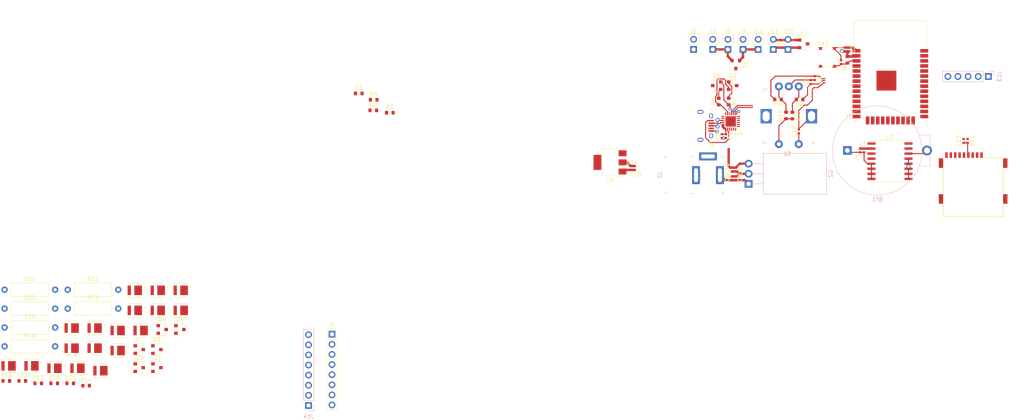
<source format=kicad_pcb>
(kicad_pcb (version 20171130) (host pcbnew "(5.1.8)-1")
  (layers (0 F.Cu signal) (1 In1.Cu power) (2 In2.Cu power) (31 B.Cu signal) (34 B.Paste user) (35 F.Paste user) (36 B.SilkS user) (37 F.SilkS user) (38 B.Mask user) (39 F.Mask user) (44 Edge.Cuts user))
  (net 0 "")
  (net 1 Earth)
  (net 2 +3V3)
  (net 3 /RESET)
  (net 4 LINE)
  (net 5 +12V)
  (net 6 /EncoderB)
  (net 7 /EncoderA)
  (net 8 /Button)
  (net 9 SDA)
  (net 10 SCL)
  (net 11 "Net-(J1-Pad3)")
  (net 12 "Net-(J1-Pad2)")
  (net 13 "Net-(J1-Pad1)")
  (net 14 TXD)
  (net 15 RXD)
  (net 16 /IO0)
  (net 17 /OnOff)
  (net 18 "Net-(Q1-Pad1)")
  (net 19 "Net-(Q1-Pad2)")
  (net 20 "Net-(Q2-Pad2)")
  (net 21 "Net-(Q2-Pad1)")
  (net 22 "Net-(D3-Pad1)")
  (net 23 "Net-(Q3-Pad1)")
  (net 24 "Net-(Q4-Pad1)")
  (net 25 "Net-(D6-Pad1)")
  (net 26 "Net-(D10-Pad1)")
  (net 27 "Net-(Q5-Pad1)")
  (net 28 "Net-(Q6-Pad1)")
  (net 29 "Net-(D12-Pad1)")
  (net 30 "Net-(Q7-Pad1)")
  (net 31 "Net-(D15-Pad1)")
  (net 32 "Net-(D18-Pad1)")
  (net 33 "Net-(Q8-Pad1)")
  (net 34 /RTC-32kHz)
  (net 35 /RTC-INTSQW)
  (net 36 "Net-(R10-Pad2)")
  (net 37 "Net-(R11-Pad2)")
  (net 38 "Net-(D3-Pad2)")
  (net 39 "Net-(D6-Pad2)")
  (net 40 "Net-(D10-Pad2)")
  (net 41 "Net-(D12-Pad2)")
  (net 42 "Net-(D15-Pad2)")
  (net 43 "Net-(D18-Pad2)")
  (net 44 /RTC-RST)
  (net 45 SCK)
  (net 46 MOSI)
  (net 47 MISO)
  (net 48 "Net-(BT1-Pad1)")
  (net 49 /!SD_SS)
  (net 50 /PWM6)
  (net 51 /PWM5)
  (net 52 /PWM4)
  (net 53 /PWM3)
  (net 54 /PWM2)
  (net 55 /PWM1)
  (net 56 /SD_Det)
  (module digikey-footprints:GCT_MEM2075-00-140-01-A (layer F.Cu) (at 215.3 77.4)
    (fp_text reference J3 (at -5.125 -13.135) (layer F.SilkS) (effects (font (thickness 0.015))))
    (fp_text value Micro_SD_Card_Det)
    (pad 11 smd rect (at 8.55 -0.42) (size 1.1 2.4) (layers F.Cu F.Paste F.Mask))
    (pad 11 smd rect (at 8.55 -9.42) (size 1.1 2.4) (layers F.Cu F.Paste F.Mask))
    (pad 11 smd rect (at -7.6 -9.42) (size 1.1 2.4) (layers F.Cu F.Paste F.Mask))
    (pad 11 smd rect (at -7.6 -0.42) (size 1.1 2.4) (layers F.Cu F.Paste F.Mask))
    (pad None np_thru_hole circle (at 3.4 0) (size 0.95 0.95) (drill 0.95) (layers *.Cu *.Mask))
    (pad None np_thru_hole circle (at -3.4 0) (size 0.95 0.95) (drill 0.95) (layers *.Cu *.Mask))
    (pad 9 smd rect (at -6.22 -11.42) (size 0.62 1.4) (layers F.Cu F.Paste F.Mask) (net 56 /SD_Det))
    (pad 8 smd rect (at -5.12 -11.42) (size 0.62 1.4) (layers F.Cu F.Paste F.Mask))
    (pad 7 smd rect (at -4.02 -11.42) (size 0.62 1.4) (layers F.Cu F.Paste F.Mask) (net 47 MISO))
    (pad 6 smd rect (at -2.92 -11.42) (size 0.62 1.4) (layers F.Cu F.Paste F.Mask) (net 1 Earth))
    (pad 5 smd rect (at -1.82 -11.42) (size 0.62 1.4) (layers F.Cu F.Paste F.Mask) (net 45 SCK))
    (pad 4 smd rect (at -0.72 -11.42) (size 0.62 1.4) (layers F.Cu F.Paste F.Mask) (net 2 +3V3))
    (pad 3 smd rect (at 0.38 -11.42) (size 0.62 1.4) (layers F.Cu F.Paste F.Mask) (net 46 MOSI))
    (pad 2 smd rect (at 1.48 -11.42) (size 0.62 1.4) (layers F.Cu F.Paste F.Mask) (net 49 /!SD_SS))
    (pad 1 smd rect (at 2.58 -11.42) (size 0.62 1.4) (layers F.Cu F.Paste F.Mask))
  )
  (module Resistor_SMD:R_0603_1608Metric (layer F.Cu) (at 154.4 52.5 90)
    (fp_text reference R7 (at 0 1.5 90) (layer F.SilkS))
    (fp_text value 10k)
    (pad 1 smd roundrect (at -0.825 0 90) (size 0.8 0.95) (layers F.Cu F.Paste F.Mask) (net 19 "Net-(Q1-Pad2)"))
    (pad 2 smd roundrect (at 0.825 0 90) (size 0.8 0.95) (layers F.Cu F.Paste F.Mask) (net 21 "Net-(Q2-Pad1)"))
  )
  (module digikey-footprints:Battery_Holder_Coin_2032_BS-7 (layer B.Cu) (at 184.2 64.8)
    (fp_text reference BT1 (at 7.52856 12.3063 180) (layer B.SilkS) (effects (justify mirror)))
    (fp_text value Battery_Cell)
    (pad 1 thru_hole circle (at 20 0) (size 2.5 2.5) (drill 1.5) (layers *.Cu *.Mask) (net 48 "Net-(BT1-Pad1)"))
    (pad 2 thru_hole rect (at 0 0) (size 2.17 2.17) (drill 1.17) (layers *.Cu *.Mask) (net 1 Earth))
  )
  (module Capacitor_SMD:C_0402_1005Metric (layer F.Cu) (at 183.6 39.414999 90)
    (fp_text reference C1 (at 0 -1.16 90) (layer F.SilkS))
    (fp_text value 1n)
    (pad 2 smd roundrect (at 0.48 0 90) (size 0.56 0.62) (layers F.Cu F.Paste F.Mask) (net 1 Earth))
    (pad 1 smd roundrect (at -0.48 0 90) (size 0.56 0.62) (layers F.Cu F.Paste F.Mask) (net 2 +3V3))
  )
  (module Capacitor_SMD:C_0402_1005Metric (layer F.Cu) (at 184.575001 39.414999 90)
    (fp_text reference C2 (at 0 1.024999 90) (layer F.SilkS))
    (fp_text value 100n)
    (pad 2 smd roundrect (at 0.48 0 90) (size 0.56 0.62) (layers F.Cu F.Paste F.Mask) (net 1 Earth))
    (pad 1 smd roundrect (at -0.48 0 90) (size 0.56 0.62) (layers F.Cu F.Paste F.Mask) (net 2 +3V3))
  )
  (module Capacitor_SMD:C_0402_1005Metric (layer F.Cu) (at 182.6 42.6 90)
    (fp_text reference C3 (at -1.6 0 180) (layer F.SilkS))
    (fp_text value 100n)
    (pad 2 smd roundrect (at 0.48 0 90) (size 0.56 0.62) (layers F.Cu F.Paste F.Mask) (net 1 Earth))
    (pad 1 smd roundrect (at -0.48 0 90) (size 0.56 0.62) (layers F.Cu F.Paste F.Mask) (net 3 /RESET))
  )
  (module Capacitor_SMD:C_0402_1005Metric (layer F.Cu) (at 153.7 61.2 270)
    (fp_text reference C4 (at 0 -1.16 90) (layer F.SilkS))
    (fp_text value 1n)
    (pad 2 smd roundrect (at 0.48 0 270) (size 0.56 0.62) (layers F.Cu F.Paste F.Mask) (net 1 Earth))
    (pad 1 smd roundrect (at -0.48 0 270) (size 0.56 0.62) (layers F.Cu F.Paste F.Mask) (net 2 +3V3))
  )
  (module Capacitor_SMD:C_0402_1005Metric (layer F.Cu) (at 188.4 64.8 270)
    (fp_text reference C5 (at -1.6 0.2 180) (layer F.SilkS))
    (fp_text value 1n)
    (pad 2 smd roundrect (at 0.48 0 270) (size 0.56 0.62) (layers F.Cu F.Paste F.Mask) (net 1 Earth))
    (pad 1 smd roundrect (at -0.48 0 270) (size 0.56 0.62) (layers F.Cu F.Paste F.Mask) (net 2 +3V3))
  )
  (module Capacitor_SMD:C_0402_1005Metric (layer F.Cu) (at 152.7 61.2 270)
    (fp_text reference C6 (at 0 1 90) (layer F.SilkS))
    (fp_text value 100n)
    (pad 1 smd roundrect (at -0.48 0 270) (size 0.56 0.62) (layers F.Cu F.Paste F.Mask) (net 2 +3V3))
    (pad 2 smd roundrect (at 0.48 0 270) (size 0.56 0.62) (layers F.Cu F.Paste F.Mask) (net 1 Earth))
  )
  (module Capacitor_SMD:C_0402_1005Metric (layer F.Cu) (at 187.4 64.8 270)
    (fp_text reference C7 (at 1.8 0.2 180) (layer F.SilkS))
    (fp_text value 100n)
    (pad 1 smd roundrect (at -0.48 0 270) (size 0.56 0.62) (layers F.Cu F.Paste F.Mask) (net 2 +3V3))
    (pad 2 smd roundrect (at 0.48 0 270) (size 0.56 0.62) (layers F.Cu F.Paste F.Mask) (net 1 Earth))
  )
  (module Capacitor_SMD:C_0402_1005Metric (layer F.Cu) (at 155.2 71.8 90)
    (fp_text reference C8 (at 0 -1.16 90) (layer F.SilkS))
    (fp_text value 4u7)
    (pad 2 smd roundrect (at 0.48 0 90) (size 0.56 0.62) (layers F.Cu F.Paste F.Mask) (net 1 Earth))
    (pad 1 smd roundrect (at -0.48 0 90) (size 0.56 0.62) (layers F.Cu F.Paste F.Mask) (net 4 LINE))
  )
  (module Capacitor_SMD:C_0402_1005Metric (layer F.Cu) (at 156.2 71.8 90)
    (fp_text reference C9 (at 0 1 90) (layer F.SilkS))
    (fp_text value 100n)
    (pad 2 smd roundrect (at 0.48 0 90) (size 0.56 0.62) (layers F.Cu F.Paste F.Mask) (net 1 Earth))
    (pad 1 smd roundrect (at -0.48 0 90) (size 0.56 0.62) (layers F.Cu F.Paste F.Mask) (net 4 LINE))
  )
  (module Capacitor_SMD:C_0402_1005Metric (layer F.Cu) (at 155.2 69.6 270)
    (fp_text reference C10 (at -0.2 1.2 90) (layer F.SilkS))
    (fp_text value 4u7)
    (pad 2 smd roundrect (at 0.48 0 270) (size 0.56 0.62) (layers F.Cu F.Paste F.Mask) (net 1 Earth))
    (pad 1 smd roundrect (at -0.48 0 270) (size 0.56 0.62) (layers F.Cu F.Paste F.Mask) (net 5 +12V))
  )
  (module Capacitor_SMD:C_0402_1005Metric (layer F.Cu) (at 156.2 69.6 270)
    (fp_text reference C11 (at 0 -1.16 90) (layer F.SilkS))
    (fp_text value 100n)
    (pad 1 smd roundrect (at -0.48 0 270) (size 0.56 0.62) (layers F.Cu F.Paste F.Mask) (net 5 +12V))
    (pad 2 smd roundrect (at 0.48 0 270) (size 0.56 0.62) (layers F.Cu F.Paste F.Mask) (net 1 Earth))
  )
  (module Capacitor_SMD:C_0402_1005Metric (layer F.Cu) (at 214.4 62.4 90)
    (fp_text reference C12 (at 0 1.2 90) (layer F.SilkS))
    (fp_text value 1n)
    (pad 2 smd roundrect (at 0.48 0 90) (size 0.56 0.62) (layers F.Cu F.Paste F.Mask) (net 1 Earth))
    (pad 1 smd roundrect (at -0.48 0 90) (size 0.56 0.62) (layers F.Cu F.Paste F.Mask) (net 2 +3V3))
  )
  (module Capacitor_SMD:C_0402_1005Metric (layer F.Cu) (at 213.385001 62.4 90)
    (fp_text reference C13 (at 0 -1.16 90) (layer F.SilkS))
    (fp_text value 100n)
    (pad 1 smd roundrect (at -0.48 0 90) (size 0.56 0.62) (layers F.Cu F.Paste F.Mask) (net 2 +3V3))
    (pad 2 smd roundrect (at 0.48 0 90) (size 0.56 0.62) (layers F.Cu F.Paste F.Mask) (net 1 Earth))
  )
  (module Capacitor_SMD:C_0402_1005Metric (layer F.Cu) (at 129.8 69.2 270)
    (fp_text reference C14 (at -1.4 -0.4 180) (layer F.SilkS))
    (fp_text value 4u7)
    (pad 1 smd roundrect (at -0.48 0 270) (size 0.56 0.62) (layers F.Cu F.Paste F.Mask) (net 2 +3V3))
    (pad 2 smd roundrect (at 0.48 0 270) (size 0.56 0.62) (layers F.Cu F.Paste F.Mask) (net 1 Earth))
  )
  (module Capacitor_SMD:C_0402_1005Metric (layer F.Cu) (at 130.8 69.2 270)
    (fp_text reference C15 (at 1.6 -0.2 180) (layer F.SilkS))
    (fp_text value 100n)
    (pad 2 smd roundrect (at 0.48 0 270) (size 0.56 0.62) (layers F.Cu F.Paste F.Mask) (net 1 Earth))
    (pad 1 smd roundrect (at -0.48 0 270) (size 0.56 0.62) (layers F.Cu F.Paste F.Mask) (net 2 +3V3))
  )
  (module Capacitor_SMD:C_0402_1005Metric (layer F.Cu) (at 175 47.6 90)
    (fp_text reference C16 (at 0 -1.16 90) (layer F.SilkS))
    (fp_text value 10n)
    (pad 1 smd roundrect (at -0.48 0 90) (size 0.56 0.62) (layers F.Cu F.Paste F.Mask) (net 6 /EncoderB))
    (pad 2 smd roundrect (at 0.48 0 90) (size 0.56 0.62) (layers F.Cu F.Paste F.Mask) (net 1 Earth))
  )
  (module Capacitor_SMD:C_0402_1005Metric (layer F.Cu) (at 176 46.6 270)
    (fp_text reference C17 (at 0 -1.16 90) (layer F.SilkS))
    (fp_text value 10n)
    (pad 2 smd roundrect (at 0.48 0 270) (size 0.56 0.62) (layers F.Cu F.Paste F.Mask) (net 1 Earth))
    (pad 1 smd roundrect (at -0.48 0 270) (size 0.56 0.62) (layers F.Cu F.Paste F.Mask) (net 7 /EncoderA))
  )
  (module Capacitor_SMD:C_0402_1005Metric (layer F.Cu) (at 172 60 90)
    (fp_text reference C18 (at 0 -1.16 90) (layer F.SilkS))
    (fp_text value 10n)
    (pad 1 smd roundrect (at -0.48 0 90) (size 0.56 0.62) (layers F.Cu F.Paste F.Mask) (net 8 /Button))
    (pad 2 smd roundrect (at 0.48 0 90) (size 0.56 0.62) (layers F.Cu F.Paste F.Mask) (net 1 Earth))
  )
  (module Package_TO_SOT_SMD:SOT-23 (layer F.Cu) (at 156.2 43.2 270)
    (fp_text reference D1 (at 0 -2.5 90) (layer F.SilkS))
    (fp_text value PSM712-LF-T7)
    (pad 3 smd rect (at 1 0 270) (size 0.9 0.8) (layers F.Cu F.Paste F.Mask) (net 1 Earth))
    (pad 2 smd rect (at -1 0.95 270) (size 0.9 0.8) (layers F.Cu F.Paste F.Mask) (net 2 +3V3))
    (pad 1 smd rect (at -1 -0.95 270) (size 0.9 0.8) (layers F.Cu F.Paste F.Mask) (net 5 +12V))
  )
  (module Package_TO_SOT_SMD:SOT-23 (layer F.Cu) (at 173.2 38)
    (fp_text reference D2 (at 0 -2.5) (layer F.SilkS))
    (fp_text value PSM712-LF-T7)
    (pad 1 smd rect (at -1 -0.95) (size 0.9 0.8) (layers F.Cu F.Paste F.Mask) (net 9 SDA))
    (pad 2 smd rect (at -1 0.95) (size 0.9 0.8) (layers F.Cu F.Paste F.Mask) (net 10 SCL))
    (pad 3 smd rect (at 1 0) (size 0.9 0.8) (layers F.Cu F.Paste F.Mask) (net 1 Earth))
  )
  (module digikey-footprints:LED_L135-A589003500000 (layer F.Cu) (at 11.045001 99.955001)
    (fp_text reference D3 (at 0.635 -3.175) (layer F.SilkS) (effects (font (thickness 0.015))))
    (fp_text value LED)
    (pad 1 smd rect (at 0.835 0) (size 1.93 2.4) (layers F.Cu F.Paste) (net 22 "Net-(D3-Pad1)"))
    (pad 2 smd rect (at -1.39 0) (size 0.82 2.4) (layers F.Cu F.Paste) (net 38 "Net-(D3-Pad2)"))
  )
  (module digikey-footprints:LED_L135-A589003500000 (layer F.Cu) (at 5.275001 105.005001)
    (fp_text reference D4 (at 0.635 -3.175) (layer F.SilkS) (effects (font (thickness 0.015))))
    (fp_text value LED)
    (pad 2 smd rect (at -1.39 0) (size 0.82 2.4) (layers F.Cu F.Paste) (net 38 "Net-(D3-Pad2)"))
    (pad 1 smd rect (at 0.835 0) (size 1.93 2.4) (layers F.Cu F.Paste) (net 22 "Net-(D3-Pad1)"))
  )
  (module digikey-footprints:LED_L135-A589003500000 (layer F.Cu) (at -14.884999 119.555001)
    (fp_text reference D5 (at 0.635 -3.175) (layer F.SilkS) (effects (font (thickness 0.015))))
    (fp_text value LED)
    (pad 1 smd rect (at 0.835 0) (size 1.93 2.4) (layers F.Cu F.Paste) (net 22 "Net-(D3-Pad1)"))
    (pad 2 smd rect (at -1.39 0) (size 0.82 2.4) (layers F.Cu F.Paste) (net 38 "Net-(D3-Pad2)"))
  )
  (module digikey-footprints:LED_L135-A589003500000 (layer F.Cu) (at -4.804999 114.505001)
    (fp_text reference D6 (at 0.635 -3.175) (layer F.SilkS) (effects (font (thickness 0.015))))
    (fp_text value LED)
    (pad 2 smd rect (at -1.39 0) (size 0.82 2.4) (layers F.Cu F.Paste) (net 39 "Net-(D6-Pad2)"))
    (pad 1 smd rect (at 0.835 0) (size 1.93 2.4) (layers F.Cu F.Paste) (net 25 "Net-(D6-Pad1)"))
  )
  (module digikey-footprints:LED_L135-A589003500000 (layer F.Cu) (at -10.574999 114.505001)
    (fp_text reference D7 (at 0.635 -3.175) (layer F.SilkS) (effects (font (thickness 0.015))))
    (fp_text value LED)
    (pad 1 smd rect (at 0.835 0) (size 1.93 2.4) (layers F.Cu F.Paste) (net 25 "Net-(D6-Pad1)"))
    (pad 2 smd rect (at -1.39 0) (size 0.82 2.4) (layers F.Cu F.Paste) (net 39 "Net-(D6-Pad2)"))
  )
  (module digikey-footprints:LED_L135-A589003500000 (layer F.Cu) (at -10.574999 109.455001)
    (fp_text reference D8 (at 0.635 -3.175) (layer F.SilkS) (effects (font (thickness 0.015))))
    (fp_text value LED)
    (pad 2 smd rect (at -1.39 0) (size 0.82 2.4) (layers F.Cu F.Paste) (net 39 "Net-(D6-Pad2)"))
    (pad 1 smd rect (at 0.835 0) (size 1.93 2.4) (layers F.Cu F.Paste) (net 25 "Net-(D6-Pad1)"))
  )
  (module digikey-footprints:LED_L135-A589003500000 (layer F.Cu) (at -26.424999 118.955001)
    (fp_text reference D9 (at 0.635 -3.175) (layer F.SilkS) (effects (font (thickness 0.015))))
    (fp_text value LED)
    (pad 1 smd rect (at 0.835 0) (size 1.93 2.4) (layers F.Cu F.Paste) (net 26 "Net-(D10-Pad1)"))
    (pad 2 smd rect (at -1.39 0) (size 0.82 2.4) (layers F.Cu F.Paste) (net 40 "Net-(D10-Pad2)"))
  )
  (module digikey-footprints:LED_L135-A589003500000 (layer F.Cu) (at 5.275001 99.955001)
    (fp_text reference D10 (at 0.635 -3.175) (layer F.SilkS) (effects (font (thickness 0.015))))
    (fp_text value LED)
    (pad 2 smd rect (at -1.39 0) (size 0.82 2.4) (layers F.Cu F.Paste) (net 40 "Net-(D10-Pad2)"))
    (pad 1 smd rect (at 0.835 0) (size 1.93 2.4) (layers F.Cu F.Paste) (net 26 "Net-(D10-Pad1)"))
  )
  (module digikey-footprints:LED_L135-A589003500000 (layer F.Cu) (at -4.804999 109.455001)
    (fp_text reference D11 (at 0.635 -3.175) (layer F.SilkS) (effects (font (thickness 0.015))))
    (fp_text value LED)
    (pad 1 smd rect (at 0.835 0) (size 1.93 2.4) (layers F.Cu F.Paste) (net 26 "Net-(D10-Pad1)"))
    (pad 2 smd rect (at -1.39 0) (size 0.82 2.4) (layers F.Cu F.Paste) (net 40 "Net-(D10-Pad2)"))
  )
  (module digikey-footprints:LED_L135-A589003500000 (layer F.Cu) (at -9.114999 119.555001)
    (fp_text reference D12 (at 0.635 -3.175) (layer F.SilkS) (effects (font (thickness 0.015))))
    (fp_text value LED)
    (pad 2 smd rect (at -1.39 0) (size 0.82 2.4) (layers F.Cu F.Paste) (net 41 "Net-(D12-Pad2)"))
    (pad 1 smd rect (at 0.835 0) (size 1.93 2.4) (layers F.Cu F.Paste) (net 29 "Net-(D12-Pad1)"))
  )
  (module digikey-footprints:LED_L135-A589003500000 (layer F.Cu) (at 11.045001 105.005001)
    (fp_text reference D13 (at 0.635 -3.175) (layer F.SilkS) (effects (font (thickness 0.015))))
    (fp_text value LED)
    (pad 1 smd rect (at 0.835 0) (size 1.93 2.4) (layers F.Cu F.Paste) (net 29 "Net-(D12-Pad1)"))
    (pad 2 smd rect (at -1.39 0) (size 0.82 2.4) (layers F.Cu F.Paste) (net 41 "Net-(D12-Pad2)"))
  )
  (module digikey-footprints:LED_L135-A589003500000 (layer F.Cu) (at 16.815001 99.955001)
    (fp_text reference D14 (at 0.635 -3.175) (layer F.SilkS) (effects (font (thickness 0.015))))
    (fp_text value LED)
    (pad 2 smd rect (at -1.39 0) (size 0.82 2.4) (layers F.Cu F.Paste) (net 41 "Net-(D12-Pad2)"))
    (pad 1 smd rect (at 0.835 0) (size 1.93 2.4) (layers F.Cu F.Paste) (net 29 "Net-(D12-Pad1)"))
  )
  (module digikey-footprints:LED_L135-A589003500000 (layer F.Cu) (at 0.965001 115.105001)
    (fp_text reference D15 (at 0.635 -3.175) (layer F.SilkS) (effects (font (thickness 0.015))))
    (fp_text value LED)
    (pad 2 smd rect (at -1.39 0) (size 0.82 2.4) (layers F.Cu F.Paste) (net 42 "Net-(D15-Pad2)"))
    (pad 1 smd rect (at 0.835 0) (size 1.93 2.4) (layers F.Cu F.Paste) (net 31 "Net-(D15-Pad1)"))
  )
  (module digikey-footprints:LED_L135-A589003500000 (layer F.Cu) (at 6.735001 110.055001)
    (fp_text reference D16 (at 0.635 -3.175) (layer F.SilkS) (effects (font (thickness 0.015))))
    (fp_text value LED)
    (pad 1 smd rect (at 0.835 0) (size 1.93 2.4) (layers F.Cu F.Paste) (net 31 "Net-(D15-Pad1)"))
    (pad 2 smd rect (at -1.39 0) (size 0.82 2.4) (layers F.Cu F.Paste) (net 42 "Net-(D15-Pad2)"))
  )
  (module digikey-footprints:LED_L135-A589003500000 (layer F.Cu) (at 16.815001 105.005001)
    (fp_text reference D17 (at 0.635 -3.175) (layer F.SilkS) (effects (font (thickness 0.015))))
    (fp_text value LED)
    (pad 2 smd rect (at -1.39 0) (size 0.82 2.4) (layers F.Cu F.Paste) (net 42 "Net-(D15-Pad2)"))
    (pad 1 smd rect (at 0.835 0) (size 1.93 2.4) (layers F.Cu F.Paste) (net 31 "Net-(D15-Pad1)"))
  )
  (module digikey-footprints:LED_L135-A589003500000 (layer F.Cu) (at -20.654999 118.955001)
    (fp_text reference D18 (at 0.635 -3.175) (layer F.SilkS) (effects (font (thickness 0.015))))
    (fp_text value LED)
    (pad 1 smd rect (at 0.835 0) (size 1.93 2.4) (layers F.Cu F.Paste) (net 32 "Net-(D18-Pad1)"))
    (pad 2 smd rect (at -1.39 0) (size 0.82 2.4) (layers F.Cu F.Paste) (net 43 "Net-(D18-Pad2)"))
  )
  (module digikey-footprints:LED_L135-A589003500000 (layer F.Cu) (at -3.344999 120.155001)
    (fp_text reference D19 (at 0.635 -3.175) (layer F.SilkS) (effects (font (thickness 0.015))))
    (fp_text value LED)
    (pad 2 smd rect (at -1.39 0) (size 0.82 2.4) (layers F.Cu F.Paste) (net 43 "Net-(D18-Pad2)"))
    (pad 1 smd rect (at 0.835 0) (size 1.93 2.4) (layers F.Cu F.Paste) (net 32 "Net-(D18-Pad1)"))
  )
  (module digikey-footprints:LED_L135-A589003500000 (layer F.Cu) (at 0.965001 110.055001)
    (fp_text reference D20 (at 0.635 -3.175) (layer F.SilkS) (effects (font (thickness 0.015))))
    (fp_text value LED)
    (pad 1 smd rect (at 0.835 0) (size 1.93 2.4) (layers F.Cu F.Paste) (net 32 "Net-(D18-Pad1)"))
    (pad 2 smd rect (at -1.39 0) (size 0.82 2.4) (layers F.Cu F.Paste) (net 43 "Net-(D18-Pad2)"))
  )
  (module digikey-footprints:USB_Micro_B_Female_10118194-0001LF (layer F.Cu) (at 150 58.6 270)
    (fp_text reference J1 (at 5 0 180) (layer F.SilkS))
    (fp_text value USB_B_Micro)
    (pad 3 smd rect (at 0 0 270) (size 0.4 1.35) (layers F.Cu F.Paste F.Mask) (net 11 "Net-(J1-Pad3)"))
    (pad 4 smd rect (at 0.65 0 270) (size 0.4 1.35) (layers F.Cu F.Paste F.Mask))
    (pad 5 smd rect (at 1.3 0 270) (size 0.4 1.35) (layers F.Cu F.Paste F.Mask) (net 1 Earth))
    (pad 2 smd rect (at -0.65 0 270) (size 0.4 1.35) (layers F.Cu F.Paste F.Mask) (net 12 "Net-(J1-Pad2)"))
    (pad 1 smd rect (at -1.3 0 270) (size 0.4 1.35) (layers F.Cu F.Paste F.Mask) (net 13 "Net-(J1-Pad1)"))
    (pad SH thru_hole oval (at 2.5 0 270) (size 1.25 0.95) (drill oval 0.85 0.55) (layers *.Cu *.Mask))
    (pad SH thru_hole oval (at -2.5 0 270) (size 1.25 0.95) (drill oval 0.85 0.55) (layers *.Cu *.Mask))
    (pad SH thru_hole oval (at -3.5 2.7 270) (size 1 1.55) (drill oval 0.5 1.15) (layers *.Cu *.Mask))
    (pad SH thru_hole oval (at 3.5 2.7 270) (size 1 1.55) (drill oval 0.5 1.15) (layers *.Cu *.Mask))
  )
  (module digikey-footprints:Barrel_Jack_5.5mmODx2.1mmID_PJ-202A (layer B.Cu) (at 149.2 71 270)
    (fp_text reference J2 (at 0 12.1 270) (layer B.SilkS) (effects (justify mirror)))
    (fp_text value PJ-202-AH)
    (pad 3 thru_hole rect (at -4.7 0 270) (size 2 4.5) (drill oval 1 3.5) (layers *.Cu *.Mask))
    (pad 1 thru_hole rect (at 0 -3 270) (size 4.5 2) (drill oval 3.5 1) (layers *.Cu *.Mask) (net 4 LINE))
    (pad 2 thru_hole rect (at 0 3 270) (size 4.5 2) (drill oval 3.5 1) (layers *.Cu *.Mask) (net 1 Earth))
  )
  (module Connector_PinHeader_2.54mm:PinHeader_1x08_P2.54mm_Vertical (layer F.Cu) (at 54.8 111)
    (fp_text reference J5 (at 0 -2.33) (layer F.SilkS))
    (fp_text value Conn_01x08_Male)
    (pad 8 thru_hole oval (at 0 17.78) (size 1.7 1.7) (drill 1) (layers *.Cu *.Mask) (net 1 Earth))
    (pad 7 thru_hole oval (at 0 15.24) (size 1.7 1.7) (drill 1) (layers *.Cu *.Mask) (net 55 /PWM1))
    (pad 6 thru_hole oval (at 0 12.7) (size 1.7 1.7) (drill 1) (layers *.Cu *.Mask) (net 54 /PWM2))
    (pad 5 thru_hole oval (at 0 10.16) (size 1.7 1.7) (drill 1) (layers *.Cu *.Mask) (net 53 /PWM3))
    (pad 4 thru_hole oval (at 0 7.62) (size 1.7 1.7) (drill 1) (layers *.Cu *.Mask) (net 52 /PWM4))
    (pad 3 thru_hole oval (at 0 5.08) (size 1.7 1.7) (drill 1) (layers *.Cu *.Mask) (net 51 /PWM5))
    (pad 2 thru_hole oval (at 0 2.54) (size 1.7 1.7) (drill 1) (layers *.Cu *.Mask) (net 50 /PWM6))
    (pad 1 thru_hole rect (at 0 0) (size 1.7 1.7) (drill 1) (layers *.Cu *.Mask) (net 5 +12V))
  )
  (module Connector_PinHeader_2.54mm:PinHeader_1x02_P2.54mm_Vertical (layer F.Cu) (at 145.6 39.4 180)
    (fp_text reference J6 (at 0 4.6) (layer F.SilkS))
    (fp_text value Conn_01x02)
    (pad 1 thru_hole rect (at 0 0 180) (size 1.7 1.7) (drill 1) (layers *.Cu *.Mask) (net 17 /OnOff))
    (pad 2 thru_hole oval (at 0 2.54 180) (size 1.7 1.7) (drill 1) (layers *.Cu *.Mask) (net 1 Earth))
  )
  (module Connector_PinHeader_2.54mm:PinHeader_1x02_P2.54mm_Vertical (layer F.Cu) (at 150.4 39.4 180)
    (fp_text reference J7 (at 0 4.6) (layer F.SilkS))
    (fp_text value Conn_01x02)
    (pad 1 thru_hole rect (at 0 0 180) (size 1.7 1.7) (drill 1) (layers *.Cu *.Mask) (net 2 +3V3))
    (pad 2 thru_hole oval (at 0 2.54 180) (size 1.7 1.7) (drill 1) (layers *.Cu *.Mask) (net 1 Earth))
  )
  (module Connector_PinHeader_2.54mm:PinHeader_1x02_P2.54mm_Vertical (layer F.Cu) (at 154.2 39.4 180)
    (fp_text reference J8 (at 0 4.6) (layer F.SilkS))
    (fp_text value Conn_01x02)
    (pad 2 thru_hole oval (at 0 2.54 180) (size 1.7 1.7) (drill 1) (layers *.Cu *.Mask) (net 1 Earth))
    (pad 1 thru_hole rect (at 0 0 180) (size 1.7 1.7) (drill 1) (layers *.Cu *.Mask) (net 2 +3V3))
  )
  (module Connector_PinHeader_2.54mm:PinHeader_1x02_P2.54mm_Vertical (layer F.Cu) (at 158 39.4 180)
    (fp_text reference J9 (at 0 4.6) (layer F.SilkS))
    (fp_text value Conn_01x02)
    (pad 1 thru_hole rect (at 0 0 180) (size 1.7 1.7) (drill 1) (layers *.Cu *.Mask) (net 5 +12V))
    (pad 2 thru_hole oval (at 0 2.54 180) (size 1.7 1.7) (drill 1) (layers *.Cu *.Mask) (net 1 Earth))
  )
  (module Connector_PinHeader_2.54mm:PinHeader_1x02_P2.54mm_Vertical (layer F.Cu) (at 161.8 39.4 180)
    (fp_text reference J10 (at 0 4.6) (layer F.SilkS))
    (fp_text value Conn_01x02)
    (pad 1 thru_hole rect (at 0 0 180) (size 1.7 1.7) (drill 1) (layers *.Cu *.Mask) (net 5 +12V))
    (pad 2 thru_hole oval (at 0 2.54 180) (size 1.7 1.7) (drill 1) (layers *.Cu *.Mask) (net 1 Earth))
  )
  (module Connector_PinHeader_2.54mm:PinHeader_1x02_P2.54mm_Vertical (layer F.Cu) (at 165.6 39.4 180)
    (fp_text reference J11 (at 0 4.6) (layer F.SilkS))
    (fp_text value Conn_01x02)
    (pad 2 thru_hole oval (at 0 2.54 180) (size 1.7 1.7) (drill 1) (layers *.Cu *.Mask) (net 9 SDA))
    (pad 1 thru_hole rect (at 0 0 180) (size 1.7 1.7) (drill 1) (layers *.Cu *.Mask) (net 10 SCL))
  )
  (module Connector_PinHeader_2.54mm:PinHeader_1x02_P2.54mm_Vertical (layer F.Cu) (at 169.3 39.4 180)
    (fp_text reference J12 (at 0 4.6) (layer F.SilkS))
    (fp_text value Conn_01x02)
    (pad 2 thru_hole oval (at 0 2.54 180) (size 1.7 1.7) (drill 1) (layers *.Cu *.Mask) (net 9 SDA))
    (pad 1 thru_hole rect (at 0 0 180) (size 1.7 1.7) (drill 1) (layers *.Cu *.Mask) (net 10 SCL))
  )
  (module Connector_PinSocket_2.54mm:PinSocket_1x05_P2.54mm_Vertical (layer B.Cu) (at 219.6 46.2 90)
    (fp_text reference J13 (at 0 2.77 90) (layer B.SilkS) (effects (justify mirror)))
    (fp_text value Screen)
    (pad 1 thru_hole rect (at 0 0 90) (size 1.7 1.7) (drill 1) (layers *.Cu *.Mask) (net 2 +3V3))
    (pad 2 thru_hole oval (at 0 -2.54 90) (size 1.7 1.7) (drill 1) (layers *.Cu *.Mask) (net 2 +3V3))
    (pad 3 thru_hole oval (at 0 -5.08 90) (size 1.7 1.7) (drill 1) (layers *.Cu *.Mask) (net 1 Earth))
    (pad 4 thru_hole oval (at 0 -7.62 90) (size 1.7 1.7) (drill 1) (layers *.Cu *.Mask) (net 9 SDA))
    (pad 5 thru_hole oval (at 0 -10.16 90) (size 1.7 1.7) (drill 1) (layers *.Cu *.Mask) (net 10 SCL))
  )
  (module Connector_PinSocket_2.54mm:PinSocket_1x08_P2.54mm_Vertical (layer B.Cu) (at 48.9 128.9)
    (fp_text reference J14 (at 0 2.77) (layer B.SilkS) (effects (justify mirror)))
    (fp_text value Conn_01x08_Male)
    (pad 1 thru_hole rect (at 0 0) (size 1.7 1.7) (drill 1) (layers *.Cu *.Mask) (net 1 Earth))
    (pad 2 thru_hole oval (at 0 -2.54) (size 1.7 1.7) (drill 1) (layers *.Cu *.Mask) (net 55 /PWM1))
    (pad 3 thru_hole oval (at 0 -5.08) (size 1.7 1.7) (drill 1) (layers *.Cu *.Mask) (net 54 /PWM2))
    (pad 4 thru_hole oval (at 0 -7.62) (size 1.7 1.7) (drill 1) (layers *.Cu *.Mask) (net 53 /PWM3))
    (pad 5 thru_hole oval (at 0 -10.16) (size 1.7 1.7) (drill 1) (layers *.Cu *.Mask) (net 52 /PWM4))
    (pad 6 thru_hole oval (at 0 -12.7) (size 1.7 1.7) (drill 1) (layers *.Cu *.Mask) (net 51 /PWM5))
    (pad 7 thru_hole oval (at 0 -15.24) (size 1.7 1.7) (drill 1) (layers *.Cu *.Mask) (net 50 /PWM6))
    (pad 8 thru_hole oval (at 0 -17.78) (size 1.7 1.7) (drill 1) (layers *.Cu *.Mask) (net 5 +12V))
  )
  (module Package_TO_SOT_SMD:SOT-23 (layer F.Cu) (at 151.4 48.5 180)
    (fp_text reference Q1 (at 0 2.5) (layer F.SilkS))
    (fp_text value MMBT3904)
    (pad 1 smd rect (at -1 -0.95 180) (size 0.9 0.8) (layers F.Cu F.Paste F.Mask) (net 18 "Net-(Q1-Pad1)"))
    (pad 2 smd rect (at -1 0.95 180) (size 0.9 0.8) (layers F.Cu F.Paste F.Mask) (net 19 "Net-(Q1-Pad2)"))
    (pad 3 smd rect (at 1 0 180) (size 0.9 0.8) (layers F.Cu F.Paste F.Mask) (net 3 /RESET))
  )
  (module Package_TO_SOT_SMD:SOT-23 (layer F.Cu) (at 155.4 48.5)
    (fp_text reference Q2 (at 0 -2.5) (layer F.SilkS))
    (fp_text value MMBT3904)
    (pad 3 smd rect (at 1 0) (size 0.9 0.8) (layers F.Cu F.Paste F.Mask) (net 16 /IO0))
    (pad 2 smd rect (at -1 0.95) (size 0.9 0.8) (layers F.Cu F.Paste F.Mask) (net 20 "Net-(Q2-Pad2)"))
    (pad 1 smd rect (at -1 -0.95) (size 0.9 0.8) (layers F.Cu F.Paste F.Mask) (net 21 "Net-(Q2-Pad1)"))
  )
  (module Package_TO_SOT_SMD:SOT-23 (layer F.Cu) (at 10.835001 119.405001)
    (fp_text reference Q3 (at 0 -2.5) (layer F.SilkS))
    (fp_text value Q_PNP_BCE)
    (pad 3 smd rect (at 1 0) (size 0.9 0.8) (layers F.Cu F.Paste F.Mask) (net 22 "Net-(D3-Pad1)"))
    (pad 2 smd rect (at -1 0.95) (size 0.9 0.8) (layers F.Cu F.Paste F.Mask) (net 1 Earth))
    (pad 1 smd rect (at -1 -0.95) (size 0.9 0.8) (layers F.Cu F.Paste F.Mask) (net 23 "Net-(Q3-Pad1)"))
  )
  (module Package_TO_SOT_SMD:SOT-23 (layer F.Cu) (at 16.605001 109.805001)
    (fp_text reference Q4 (at 0 -2.5) (layer F.SilkS))
    (fp_text value Q_PNP_BCE)
    (pad 3 smd rect (at 1 0) (size 0.9 0.8) (layers F.Cu F.Paste F.Mask) (net 25 "Net-(D6-Pad1)"))
    (pad 2 smd rect (at -1 0.95) (size 0.9 0.8) (layers F.Cu F.Paste F.Mask) (net 1 Earth))
    (pad 1 smd rect (at -1 -0.95) (size 0.9 0.8) (layers F.Cu F.Paste F.Mask) (net 24 "Net-(Q4-Pad1)"))
  )
  (module Package_TO_SOT_SMD:SOT-23 (layer F.Cu) (at 6.385001 119.405001)
    (fp_text reference Q5 (at 0 -2.5) (layer F.SilkS))
    (fp_text value Q_PNP_BCE)
    (pad 3 smd rect (at 1 0) (size 0.9 0.8) (layers F.Cu F.Paste F.Mask) (net 26 "Net-(D10-Pad1)"))
    (pad 2 smd rect (at -1 0.95) (size 0.9 0.8) (layers F.Cu F.Paste F.Mask) (net 1 Earth))
    (pad 1 smd rect (at -1 -0.95) (size 0.9 0.8) (layers F.Cu F.Paste F.Mask) (net 27 "Net-(Q5-Pad1)"))
  )
  (module Package_TO_SOT_SMD:SOT-23 (layer F.Cu) (at 10.835001 114.855001)
    (fp_text reference Q6 (at 0 -2.5) (layer F.SilkS))
    (fp_text value Q_PNP_BCE)
    (pad 1 smd rect (at -1 -0.95) (size 0.9 0.8) (layers F.Cu F.Paste F.Mask) (net 28 "Net-(Q6-Pad1)"))
    (pad 2 smd rect (at -1 0.95) (size 0.9 0.8) (layers F.Cu F.Paste F.Mask) (net 1 Earth))
    (pad 3 smd rect (at 1 0) (size 0.9 0.8) (layers F.Cu F.Paste F.Mask) (net 29 "Net-(D12-Pad1)"))
  )
  (module Package_TO_SOT_SMD:SOT-23 (layer F.Cu) (at 6.385001 114.855001)
    (fp_text reference Q7 (at 0 -2.5) (layer F.SilkS))
    (fp_text value Q_PNP_BCE)
    (pad 1 smd rect (at -1 -0.95) (size 0.9 0.8) (layers F.Cu F.Paste F.Mask) (net 30 "Net-(Q7-Pad1)"))
    (pad 2 smd rect (at -1 0.95) (size 0.9 0.8) (layers F.Cu F.Paste F.Mask) (net 1 Earth))
    (pad 3 smd rect (at 1 0) (size 0.9 0.8) (layers F.Cu F.Paste F.Mask) (net 31 "Net-(D15-Pad1)"))
  )
  (module Package_TO_SOT_SMD:SOT-23 (layer F.Cu) (at 12.155001 109.805001)
    (fp_text reference Q8 (at 0 -2.5) (layer F.SilkS))
    (fp_text value Q_PNP_BCE)
    (pad 1 smd rect (at -1 -0.95) (size 0.9 0.8) (layers F.Cu F.Paste F.Mask) (net 33 "Net-(Q8-Pad1)"))
    (pad 2 smd rect (at -1 0.95) (size 0.9 0.8) (layers F.Cu F.Paste F.Mask) (net 1 Earth))
    (pad 3 smd rect (at 1 0) (size 0.9 0.8) (layers F.Cu F.Paste F.Mask) (net 32 "Net-(D18-Pad1)"))
  )
  (module Resistor_SMD:R_0603_1608Metric (layer F.Cu) (at 184.2 42 90)
    (fp_text reference R1 (at -2.2 0 180) (layer F.SilkS))
    (fp_text value 10k)
    (pad 1 smd roundrect (at -0.825 0 90) (size 0.8 0.95) (layers F.Cu F.Paste F.Mask) (net 3 /RESET))
    (pad 2 smd roundrect (at 0.825 0 90) (size 0.8 0.95) (layers F.Cu F.Paste F.Mask) (net 2 +3V3))
  )
  (module Resistor_SMD:R_0603_1608Metric (layer F.Cu) (at 65.165001 54.715001)
    (fp_text reference R2 (at 0 -1.43) (layer F.SilkS))
    (fp_text value 10k)
    (pad 1 smd roundrect (at -0.825 0) (size 0.8 0.95) (layers F.Cu F.Paste F.Mask) (net 35 /RTC-INTSQW))
    (pad 2 smd roundrect (at 0.825 0) (size 0.8 0.95) (layers F.Cu F.Paste F.Mask) (net 2 +3V3))
  )
  (module Resistor_SMD:R_0603_1608Metric (layer F.Cu) (at 61.515001 50.455001)
    (fp_text reference R3 (at 0 -1.43) (layer F.SilkS))
    (fp_text value 10k)
    (pad 2 smd roundrect (at 0.825 0) (size 0.8 0.95) (layers F.Cu F.Paste F.Mask) (net 2 +3V3))
    (pad 1 smd roundrect (at -0.825 0) (size 0.8 0.95) (layers F.Cu F.Paste F.Mask) (net 34 /RTC-32kHz))
  )
  (module Resistor_SMD:R_0603_1608Metric (layer F.Cu) (at 65.265001 52.055001)
    (fp_text reference R4 (at 0 -1.43) (layer F.SilkS))
    (fp_text value 10k)
    (pad 2 smd roundrect (at 0.825 0) (size 0.8 0.95) (layers F.Cu F.Paste F.Mask) (net 2 +3V3))
    (pad 1 smd roundrect (at -0.825 0) (size 0.8 0.95) (layers F.Cu F.Paste F.Mask) (net 9 SDA))
  )
  (module Resistor_SMD:R_0603_1608Metric (layer F.Cu) (at 69.315001 55.315001)
    (fp_text reference R5 (at 0 -1.43) (layer F.SilkS))
    (fp_text value 10k)
    (pad 2 smd roundrect (at 0.825 0) (size 0.8 0.95) (layers F.Cu F.Paste F.Mask) (net 2 +3V3))
    (pad 1 smd roundrect (at -0.825 0) (size 0.8 0.95) (layers F.Cu F.Paste F.Mask) (net 10 SCL))
  )
  (module Resistor_SMD:R_0603_1608Metric (layer F.Cu) (at 151.9 52.5 90)
    (fp_text reference R6 (at 0 -1.43 90) (layer F.SilkS))
    (fp_text value 10k)
    (pad 2 smd roundrect (at 0.825 0 90) (size 0.8 0.95) (layers F.Cu F.Paste F.Mask) (net 18 "Net-(Q1-Pad1)"))
    (pad 1 smd roundrect (at -0.825 0 90) (size 0.8 0.95) (layers F.Cu F.Paste F.Mask) (net 20 "Net-(Q2-Pad2)"))
  )
  (module Resistor_SMD:R_0603_1608Metric (layer F.Cu) (at 166.8 52)
    (fp_text reference R8 (at 0 1) (layer F.SilkS))
    (fp_text value 10k)
    (pad 2 smd roundrect (at 0.825 0) (size 0.8 0.95) (layers F.Cu F.Paste F.Mask) (net 36 "Net-(R10-Pad2)"))
    (pad 1 smd roundrect (at -0.825 0) (size 0.8 0.95) (layers F.Cu F.Paste F.Mask) (net 7 /EncoderA))
  )
  (module Resistor_SMD:R_0603_1608Metric (layer F.Cu) (at 172.2 52 180)
    (fp_text reference R9 (at 0 -1.43) (layer F.SilkS))
    (fp_text value 10k)
    (pad 2 smd roundrect (at 0.825 0 180) (size 0.8 0.95) (layers F.Cu F.Paste F.Mask) (net 37 "Net-(R11-Pad2)"))
    (pad 1 smd roundrect (at -0.825 0 180) (size 0.8 0.95) (layers F.Cu F.Paste F.Mask) (net 6 /EncoderB))
  )
  (module Resistor_SMD:R_0603_1608Metric (layer F.Cu) (at 168.8 56 90)
    (fp_text reference R10 (at 0 -1.43 90) (layer F.SilkS))
    (fp_text value 10k)
    (pad 2 smd roundrect (at 0.825 0 90) (size 0.8 0.95) (layers F.Cu F.Paste F.Mask) (net 36 "Net-(R10-Pad2)"))
    (pad 1 smd roundrect (at -0.825 0 90) (size 0.8 0.95) (layers F.Cu F.Paste F.Mask) (net 2 +3V3))
  )
  (module Resistor_SMD:R_0603_1608Metric (layer F.Cu) (at 170.4 56.025 90)
    (fp_text reference R11 (at 0 1.4 90) (layer F.SilkS))
    (fp_text value 10k)
    (pad 2 smd roundrect (at 0.825 0 90) (size 0.8 0.95) (layers F.Cu F.Paste F.Mask) (net 37 "Net-(R11-Pad2)"))
    (pad 1 smd roundrect (at -0.825 0 90) (size 0.8 0.95) (layers F.Cu F.Paste F.Mask) (net 2 +3V3))
  )
  (module Resistor_SMD:R_0603_1608Metric (layer F.Cu) (at -22.984999 122.735001)
    (fp_text reference R12 (at 0 -1.43) (layer F.SilkS))
    (fp_text value 1k)
    (pad 1 smd roundrect (at -0.825 0) (size 0.8 0.95) (layers F.Cu F.Paste F.Mask) (net 55 /PWM1))
    (pad 2 smd roundrect (at 0.825 0) (size 0.8 0.95) (layers F.Cu F.Paste F.Mask) (net 23 "Net-(Q3-Pad1)"))
  )
  (module Resistor_SMD:R_0603_1608Metric (layer F.Cu) (at -26.994999 122.735001)
    (fp_text reference R13 (at 0 -1.43) (layer F.SilkS))
    (fp_text value 1k)
    (pad 2 smd roundrect (at 0.825 0) (size 0.8 0.95) (layers F.Cu F.Paste F.Mask) (net 24 "Net-(Q4-Pad1)"))
    (pad 1 smd roundrect (at -0.825 0) (size 0.8 0.95) (layers F.Cu F.Paste F.Mask) (net 54 /PWM2))
  )
  (module Resistor_SMD:R_0603_1608Metric (layer F.Cu) (at -6.944999 123.935001)
    (fp_text reference R14 (at 0 -1.43) (layer F.SilkS))
    (fp_text value 1k)
    (pad 1 smd roundrect (at -0.825 0) (size 0.8 0.95) (layers F.Cu F.Paste F.Mask) (net 53 /PWM3))
    (pad 2 smd roundrect (at 0.825 0) (size 0.8 0.95) (layers F.Cu F.Paste F.Mask) (net 27 "Net-(Q5-Pad1)"))
  )
  (module Resistor_SMD:R_0603_1608Metric (layer F.Cu) (at -10.954999 123.335001)
    (fp_text reference R15 (at 0 -1.43) (layer F.SilkS))
    (fp_text value 1k)
    (pad 2 smd roundrect (at 0.825 0) (size 0.8 0.95) (layers F.Cu F.Paste F.Mask) (net 28 "Net-(Q6-Pad1)"))
    (pad 1 smd roundrect (at -0.825 0) (size 0.8 0.95) (layers F.Cu F.Paste F.Mask) (net 52 /PWM4))
  )
  (module Resistor_SMD:R_0603_1608Metric (layer F.Cu) (at -14.964999 123.335001)
    (fp_text reference R16 (at 0 -1.43) (layer F.SilkS))
    (fp_text value 1k)
    (pad 1 smd roundrect (at -0.825 0) (size 0.8 0.95) (layers F.Cu F.Paste F.Mask) (net 51 /PWM5))
    (pad 2 smd roundrect (at 0.825 0) (size 0.8 0.95) (layers F.Cu F.Paste F.Mask) (net 30 "Net-(Q7-Pad1)"))
  )
  (module Resistor_SMD:R_0603_1608Metric (layer F.Cu) (at -18.974999 123.335001)
    (fp_text reference R17 (at 0 -1.43) (layer F.SilkS))
    (fp_text value 1k)
    (pad 2 smd roundrect (at 0.825 0) (size 0.8 0.95) (layers F.Cu F.Paste F.Mask) (net 33 "Net-(Q8-Pad1)"))
    (pad 1 smd roundrect (at -0.825 0) (size 0.8 0.95) (layers F.Cu F.Paste F.Mask) (net 50 /PWM6))
  )
  (module Resistor_THT:R_Axial_DIN0309_L9.0mm_D3.2mm_P12.70mm_Horizontal (layer F.Cu) (at -27.424999 114.055001)
    (fp_text reference R18 (at 6.35 -2.72) (layer F.SilkS))
    (fp_text value 180R)
    (pad 2 thru_hole oval (at 12.7 0) (size 1.6 1.6) (drill 0.8) (layers *.Cu *.Mask) (net 5 +12V))
    (pad 1 thru_hole circle (at 0 0) (size 1.6 1.6) (drill 0.8) (layers *.Cu *.Mask) (net 38 "Net-(D3-Pad2)"))
  )
  (module Resistor_THT:R_Axial_DIN0309_L9.0mm_D3.2mm_P12.70mm_Horizontal (layer F.Cu) (at -11.574999 104.555001)
    (fp_text reference R19 (at 6.35 -2.72) (layer F.SilkS))
    (fp_text value 180R)
    (pad 1 thru_hole circle (at 0 0) (size 1.6 1.6) (drill 0.8) (layers *.Cu *.Mask) (net 39 "Net-(D6-Pad2)"))
    (pad 2 thru_hole oval (at 12.7 0) (size 1.6 1.6) (drill 0.8) (layers *.Cu *.Mask) (net 5 +12V))
  )
  (module Resistor_THT:R_Axial_DIN0309_L9.0mm_D3.2mm_P12.70mm_Horizontal (layer F.Cu) (at -27.424999 109.305001)
    (fp_text reference R20 (at 6.35 -2.72) (layer F.SilkS))
    (fp_text value 180R)
    (pad 1 thru_hole circle (at 0 0) (size 1.6 1.6) (drill 0.8) (layers *.Cu *.Mask) (net 40 "Net-(D10-Pad2)"))
    (pad 2 thru_hole oval (at 12.7 0) (size 1.6 1.6) (drill 0.8) (layers *.Cu *.Mask) (net 5 +12V))
  )
  (module Resistor_THT:R_Axial_DIN0309_L9.0mm_D3.2mm_P12.70mm_Horizontal (layer F.Cu) (at -27.424999 99.805001)
    (fp_text reference R21 (at 6.35 -2.72) (layer F.SilkS))
    (fp_text value 180R)
    (pad 2 thru_hole oval (at 12.7 0) (size 1.6 1.6) (drill 0.8) (layers *.Cu *.Mask) (net 5 +12V))
    (pad 1 thru_hole circle (at 0 0) (size 1.6 1.6) (drill 0.8) (layers *.Cu *.Mask) (net 41 "Net-(D12-Pad2)"))
  )
  (module Resistor_THT:R_Axial_DIN0309_L9.0mm_D3.2mm_P12.70mm_Horizontal (layer F.Cu) (at -27.424999 104.555001)
    (fp_text reference R22 (at 6.35 -2.72) (layer F.SilkS))
    (fp_text value 180R)
    (pad 1 thru_hole circle (at 0 0) (size 1.6 1.6) (drill 0.8) (layers *.Cu *.Mask) (net 42 "Net-(D15-Pad2)"))
    (pad 2 thru_hole oval (at 12.7 0) (size 1.6 1.6) (drill 0.8) (layers *.Cu *.Mask) (net 5 +12V))
  )
  (module Resistor_THT:R_Axial_DIN0309_L9.0mm_D3.2mm_P12.70mm_Horizontal (layer F.Cu) (at -11.574999 99.805001)
    (fp_text reference R23 (at 6.35 -2.72) (layer F.SilkS))
    (fp_text value 180R)
    (pad 2 thru_hole oval (at 12.7 0) (size 1.6 1.6) (drill 0.8) (layers *.Cu *.Mask) (net 5 +12V))
    (pad 1 thru_hole circle (at 0 0) (size 1.6 1.6) (drill 0.8) (layers *.Cu *.Mask) (net 43 "Net-(D18-Pad2)"))
  )
  (module digikey-footprints:Rotary_Encoder_Switched_PEC11R (layer B.Cu) (at 163.8 56.2)
    (fp_text reference S1 (at 5.275 9.4) (layer B.SilkS) (effects (justify mirror)))
    (fp_text value PEC11R-4020F-S0024)
    (pad B thru_hole circle (at 8.2 -7.5) (size 2 2) (drill 1) (layers *.Cu *.Mask) (net 37 "Net-(R11-Pad2)"))
    (pad C thru_hole circle (at 5.7 -7.5) (size 2 2) (drill 1) (layers *.Cu *.Mask) (net 1 Earth))
    (pad A thru_hole circle (at 3.2 -7.5) (size 2 2) (drill 1) (layers *.Cu *.Mask) (net 36 "Net-(R10-Pad2)"))
    (pad 2 thru_hole circle (at 8.2 7) (size 2 2) (drill 1) (layers *.Cu *.Mask) (net 8 /Button))
    (pad 1 thru_hole circle (at 3.2 7) (size 2 2) (drill 1) (layers *.Cu *.Mask) (net 2 +3V3))
    (pad 3 thru_hole rect (at 11.4 0) (size 2.8 3.6) (drill oval 1.8 2.6) (layers *.Cu *.Mask) (net 1 Earth))
    (pad 3 thru_hole rect (at 0 0) (size 2.8 3.6) (drill oval 1.8 2.6) (layers *.Cu *.Mask) (net 1 Earth))
  )
  (module digikey-footprints:Switch_Tactile_SMD_4.5x4.5mm_TL3315NF160Q (layer F.Cu) (at 179.2 41.4 270)
    (fp_text reference SW1 (at -3.5 1.2 180) (layer F.SilkS))
    (fp_text value RESET)
    (pad 4 smd rect (at 2.125 1.75 270) (size 0.5 0.7) (layers F.Cu F.Paste F.Mask))
    (pad 3 smd rect (at -2.125 1.75 270) (size 0.5 0.7) (layers F.Cu F.Paste F.Mask))
    (pad 2 smd rect (at 2.125 -1.75 270) (size 0.5 0.7) (layers F.Cu F.Paste F.Mask) (net 3 /RESET))
    (pad 1 smd rect (at -2.125 -1.75 270) (size 0.5 0.7) (layers F.Cu F.Paste F.Mask) (net 1 Earth))
    (pad 2 smd rect (at 2.475 -1.75 270) (size 0.2 1.1) (layers F.Cu F.Paste F.Mask) (net 3 /RESET))
    (pad 3 smd rect (at -2.475 1.75 270) (size 0.2 1.1) (layers F.Cu F.Paste F.Mask))
    (pad 4 smd rect (at 2.475 1.75 270) (size 0.2 1.1) (layers F.Cu F.Paste F.Mask))
    (pad 1 smd rect (at -2.475 -1.75 270) (size 0.2 1.1) (layers F.Cu F.Paste F.Mask) (net 1 Earth))
  )
  (module RF_Module:ESP32-WROOM-32 (layer F.Cu) (at 195 48)
    (fp_text reference U1 (at -10.61 8.43 90) (layer F.SilkS))
    (fp_text value ESP32-WROOM-32)
    (pad 38 smd rect (at 8.5 -8.255) (size 2 0.9) (layers F.Cu F.Paste F.Mask) (net 1 Earth))
    (pad 37 smd rect (at 8.5 -6.985) (size 2 0.9) (layers F.Cu F.Paste F.Mask) (net 47 MISO))
    (pad 36 smd rect (at 8.5 -5.715) (size 2 0.9) (layers F.Cu F.Paste F.Mask) (net 10 SCL))
    (pad 35 smd rect (at 8.5 -4.445) (size 2 0.9) (layers F.Cu F.Paste F.Mask) (net 14 TXD))
    (pad 34 smd rect (at 8.5 -3.175) (size 2 0.9) (layers F.Cu F.Paste F.Mask) (net 15 RXD))
    (pad 33 smd rect (at 8.5 -1.905) (size 2 0.9) (layers F.Cu F.Paste F.Mask) (net 9 SDA))
    (pad 32 smd rect (at 8.5 -0.635) (size 2 0.9) (layers F.Cu F.Paste F.Mask))
    (pad 31 smd rect (at 8.5 0.635) (size 2 0.9) (layers F.Cu F.Paste F.Mask) (net 46 MOSI))
    (pad 30 smd rect (at 8.5 1.905) (size 2 0.9) (layers F.Cu F.Paste F.Mask) (net 45 SCK))
    (pad 29 smd rect (at 8.5 3.175) (size 2 0.9) (layers F.Cu F.Paste F.Mask))
    (pad 28 smd rect (at 8.5 4.445) (size 2 0.9) (layers F.Cu F.Paste F.Mask) (net 44 /RTC-RST))
    (pad 27 smd rect (at 8.5 5.715) (size 2 0.9) (layers F.Cu F.Paste F.Mask) (net 34 /RTC-32kHz))
    (pad 26 smd rect (at 8.5 6.985) (size 2 0.9) (layers F.Cu F.Paste F.Mask) (net 17 /OnOff))
    (pad 25 smd rect (at 8.5 8.255) (size 2 0.9) (layers F.Cu F.Paste F.Mask) (net 16 /IO0))
    (pad 24 smd rect (at 5.715 9.255 90) (size 2 0.9) (layers F.Cu F.Paste F.Mask) (net 49 /!SD_SS))
    (pad 23 smd rect (at 4.445 9.255 90) (size 2 0.9) (layers F.Cu F.Paste F.Mask) (net 35 /RTC-INTSQW))
    (pad 22 smd rect (at 3.175 9.255 90) (size 2 0.9) (layers F.Cu F.Paste F.Mask))
    (pad 21 smd rect (at 1.905 9.255 90) (size 2 0.9) (layers F.Cu F.Paste F.Mask))
    (pad 20 smd rect (at 0.635 9.255 90) (size 2 0.9) (layers F.Cu F.Paste F.Mask))
    (pad 19 smd rect (at -0.635 9.255 90) (size 2 0.9) (layers F.Cu F.Paste F.Mask))
    (pad 18 smd rect (at -1.905 9.255 90) (size 2 0.9) (layers F.Cu F.Paste F.Mask))
    (pad 17 smd rect (at -3.175 9.255 90) (size 2 0.9) (layers F.Cu F.Paste F.Mask))
    (pad 16 smd rect (at -4.445 9.255 90) (size 2 0.9) (layers F.Cu F.Paste F.Mask) (net 54 /PWM2))
    (pad 15 smd rect (at -5.715 9.255 90) (size 2 0.9) (layers F.Cu F.Paste F.Mask) (net 1 Earth))
    (pad 14 smd rect (at -8.5 8.255) (size 2 0.9) (layers F.Cu F.Paste F.Mask) (net 55 /PWM1))
    (pad 13 smd rect (at -8.5 6.985) (size 2 0.9) (layers F.Cu F.Paste F.Mask) (net 53 /PWM3))
    (pad 12 smd rect (at -8.5 5.715) (size 2 0.9) (layers F.Cu F.Paste F.Mask) (net 50 /PWM6))
    (pad 11 smd rect (at -8.5 4.445) (size 2 0.9) (layers F.Cu F.Paste F.Mask) (net 51 /PWM5))
    (pad 10 smd rect (at -8.5 3.175) (size 2 0.9) (layers F.Cu F.Paste F.Mask) (net 52 /PWM4))
    (pad 9 smd rect (at -8.5 1.905) (size 2 0.9) (layers F.Cu F.Paste F.Mask) (net 56 /SD_Det))
    (pad 8 smd rect (at -8.5 0.635) (size 2 0.9) (layers F.Cu F.Paste F.Mask) (net 8 /Button))
    (pad 7 smd rect (at -8.5 -0.635) (size 2 0.9) (layers F.Cu F.Paste F.Mask) (net 6 /EncoderB))
    (pad 6 smd rect (at -8.5 -1.905) (size 2 0.9) (layers F.Cu F.Paste F.Mask) (net 7 /EncoderA))
    (pad 5 smd rect (at -8.5 -3.175) (size 2 0.9) (layers F.Cu F.Paste F.Mask))
    (pad 4 smd rect (at -8.5 -4.445) (size 2 0.9) (layers F.Cu F.Paste F.Mask))
    (pad 3 smd rect (at -8.5 -5.715) (size 2 0.9) (layers F.Cu F.Paste F.Mask) (net 3 /RESET))
    (pad 2 smd rect (at -8.5 -6.985) (size 2 0.9) (layers F.Cu F.Paste F.Mask) (net 2 +3V3))
    (pad 1 smd rect (at -8.5 -8.255) (size 2 0.9) (layers F.Cu F.Paste F.Mask) (net 1 Earth))
    (pad 39 smd rect (at -1 -0.755) (size 5 5) (layers F.Cu F.Paste F.Mask) (net 1 Earth))
  )
  (module Package_TO_SOT_THT:TO-220-3_Horizontal_TabDown (layer B.Cu) (at 159.4 73.2 90)
    (fp_text reference U2 (at 2.54 20.58 270) (layer B.SilkS) (effects (justify mirror)))
    (fp_text value LM7812_TO220)
    (pad "" np_thru_hole oval (at 2.54 16.66 90) (size 3.5 3.5) (drill 3.5) (layers *.Cu *.Mask))
    (pad 1 thru_hole rect (at 0 0 90) (size 1.905 2) (drill 1.1) (layers *.Cu *.Mask) (net 4 LINE))
    (pad 2 thru_hole oval (at 2.54 0 90) (size 1.905 2) (drill 1.1) (layers *.Cu *.Mask) (net 1 Earth))
    (pad 3 thru_hole oval (at 5.08 0 90) (size 1.905 2) (drill 1.1) (layers *.Cu *.Mask) (net 5 +12V))
  )
  (module Package_SO:SOIC-16W_7.5x10.3mm_P1.27mm (layer F.Cu) (at 194.9 67.5)
    (fp_text reference U3 (at 0 -6.1) (layer F.SilkS))
    (fp_text value DS3231M)
    (pad 16 smd roundrect (at 4.65 -4.445) (size 2.05 0.6) (layers F.Cu F.Paste F.Mask) (net 10 SCL))
    (pad 15 smd roundrect (at 4.65 -3.175) (size 2.05 0.6) (layers F.Cu F.Paste F.Mask) (net 9 SDA))
    (pad 14 smd roundrect (at 4.65 -1.905) (size 2.05 0.6) (layers F.Cu F.Paste F.Mask) (net 48 "Net-(BT1-Pad1)"))
    (pad 13 smd roundrect (at 4.65 -0.635) (size 2.05 0.6) (layers F.Cu F.Paste F.Mask) (net 1 Earth))
    (pad 12 smd roundrect (at 4.65 0.635) (size 2.05 0.6) (layers F.Cu F.Paste F.Mask) (net 1 Earth))
    (pad 11 smd roundrect (at 4.65 1.905) (size 2.05 0.6) (layers F.Cu F.Paste F.Mask) (net 1 Earth))
    (pad 10 smd roundrect (at 4.65 3.175) (size 2.05 0.6) (layers F.Cu F.Paste F.Mask) (net 1 Earth))
    (pad 9 smd roundrect (at 4.65 4.445) (size 2.05 0.6) (layers F.Cu F.Paste F.Mask) (net 1 Earth))
    (pad 8 smd roundrect (at -4.65 4.445) (size 2.05 0.6) (layers F.Cu F.Paste F.Mask) (net 1 Earth))
    (pad 7 smd roundrect (at -4.65 3.175) (size 2.05 0.6) (layers F.Cu F.Paste F.Mask) (net 1 Earth))
    (pad 6 smd roundrect (at -4.65 1.905) (size 2.05 0.6) (layers F.Cu F.Paste F.Mask) (net 1 Earth))
    (pad 5 smd roundrect (at -4.65 0.635) (size 2.05 0.6) (layers F.Cu F.Paste F.Mask) (net 1 Earth))
    (pad 4 smd roundrect (at -4.65 -0.635) (size 2.05 0.6) (layers F.Cu F.Paste F.Mask) (net 44 /RTC-RST))
    (pad 3 smd roundrect (at -4.65 -1.905) (size 2.05 0.6) (layers F.Cu F.Paste F.Mask) (net 35 /RTC-INTSQW))
    (pad 2 smd roundrect (at -4.65 -3.175) (size 2.05 0.6) (layers F.Cu F.Paste F.Mask) (net 2 +3V3))
    (pad 1 smd roundrect (at -4.65 -4.445) (size 2.05 0.6) (layers F.Cu F.Paste F.Mask) (net 34 /RTC-32kHz))
  )
  (module Package_DFN_QFN:QFN-24-1EP_4x4mm_P0.5mm_EP2.6x2.6mm (layer F.Cu) (at 154.9 57.5)
    (fp_text reference U4 (at 2 3) (layer F.SilkS))
    (fp_text value CP2104)
    (pad 1 smd roundrect (at -1.9375 -1.25) (size 0.825 0.25) (layers F.Cu F.Paste F.Mask))
    (pad 2 smd roundrect (at -1.9375 -0.75) (size 0.825 0.25) (layers F.Cu F.Paste F.Mask) (net 1 Earth))
    (pad 3 smd roundrect (at -1.9375 -0.25) (size 0.825 0.25) (layers F.Cu F.Paste F.Mask) (net 11 "Net-(J1-Pad3)"))
    (pad 4 smd roundrect (at -1.9375 0.25) (size 0.825 0.25) (layers F.Cu F.Paste F.Mask) (net 12 "Net-(J1-Pad2)"))
    (pad 5 smd roundrect (at -1.9375 0.75) (size 0.825 0.25) (layers F.Cu F.Paste F.Mask) (net 2 +3V3))
    (pad 6 smd roundrect (at -1.9375 1.25) (size 0.825 0.25) (layers F.Cu F.Paste F.Mask) (net 2 +3V3))
    (pad 7 smd roundrect (at -1.25 1.9375) (size 0.25 0.825) (layers F.Cu F.Paste F.Mask) (net 2 +3V3))
    (pad 8 smd roundrect (at -0.75 1.9375) (size 0.25 0.825) (layers F.Cu F.Paste F.Mask) (net 13 "Net-(J1-Pad1)"))
    (pad 9 smd roundrect (at -0.25 1.9375) (size 0.25 0.825) (layers F.Cu F.Paste F.Mask))
    (pad 10 smd roundrect (at 0.25 1.9375) (size 0.25 0.825) (layers F.Cu F.Paste F.Mask))
    (pad 11 smd roundrect (at 0.75 1.9375) (size 0.25 0.825) (layers F.Cu F.Paste F.Mask))
    (pad 12 smd roundrect (at 1.25 1.9375) (size 0.25 0.825) (layers F.Cu F.Paste F.Mask))
    (pad 13 smd roundrect (at 1.9375 1.25) (size 0.825 0.25) (layers F.Cu F.Paste F.Mask))
    (pad 14 smd roundrect (at 1.9375 0.75) (size 0.825 0.25) (layers F.Cu F.Paste F.Mask))
    (pad 15 smd roundrect (at 1.9375 0.25) (size 0.825 0.25) (layers F.Cu F.Paste F.Mask))
    (pad 16 smd roundrect (at 1.9375 -0.25) (size 0.825 0.25) (layers F.Cu F.Paste F.Mask))
    (pad 17 smd roundrect (at 1.9375 -0.75) (size 0.825 0.25) (layers F.Cu F.Paste F.Mask))
    (pad 18 smd roundrect (at 1.9375 -1.25) (size 0.825 0.25) (layers F.Cu F.Paste F.Mask))
    (pad 19 smd roundrect (at 1.25 -1.9375) (size 0.25 0.825) (layers F.Cu F.Paste F.Mask) (net 19 "Net-(Q1-Pad2)"))
    (pad 20 smd roundrect (at 0.75 -1.9375) (size 0.25 0.825) (layers F.Cu F.Paste F.Mask) (net 15 RXD))
    (pad 21 smd roundrect (at 0.25 -1.9375) (size 0.25 0.825) (layers F.Cu F.Paste F.Mask) (net 14 TXD))
    (pad 22 smd roundrect (at -0.25 -1.9375) (size 0.25 0.825) (layers F.Cu F.Paste F.Mask))
    (pad 23 smd roundrect (at -0.75 -1.9375) (size 0.25 0.825) (layers F.Cu F.Paste F.Mask) (net 20 "Net-(Q2-Pad2)"))
    (pad 24 smd roundrect (at -1.25 -1.9375) (size 0.25 0.825) (layers F.Cu F.Paste F.Mask))
    (pad 25 smd rect (at 0 0) (size 2.6 2.6) (layers F.Cu F.Mask) (net 1 Earth))
  )
  (module Package_TO_SOT_SMD:SOT-223-3_TabPin2 (layer F.Cu) (at 124.6 67.8 180)
    (fp_text reference U5 (at 0 -4.5) (layer F.SilkS))
    (fp_text value AMS1117-3.3)
    (pad 2 smd rect (at 3.15 0 180) (size 2 3.8) (layers F.Cu F.Paste F.Mask) (net 2 +3V3))
    (pad 2 smd rect (at -3.15 0 180) (size 2 1.5) (layers F.Cu F.Paste F.Mask) (net 2 +3V3))
    (pad 3 smd rect (at -3.15 2.3 180) (size 2 1.5) (layers F.Cu F.Paste F.Mask) (net 5 +12V))
    (pad 1 smd rect (at -3.15 -2.3 180) (size 2 1.5) (layers F.Cu F.Paste F.Mask) (net 1 Earth))
  )
  (via (at 151.5 60.1) (size 0.8) (drill 0.4) (layers F.Cu B.Cu) (net 1))
  (segment (start 151.3 59.9) (end 151.5 60.1) (width 0.25) (layer F.Cu) (net 1))
  (segment (start 150 59.9) (end 151.3 59.9) (width 0.25) (layer F.Cu) (net 1))
  (segment (start 153.7 61.68) (end 153.12 61.68) (width 0.25) (layer F.Cu) (net 1))
  (segment (start 153.12 61.68) (end 152.7 61.68) (width 0.25) (layer F.Cu) (net 1))
  (via (at 153.12 61.68) (size 0.8) (drill 0.4) (layers F.Cu B.Cu) (net 1))
  (segment (start 172 59.4) (end 175.2 56.2) (width 0.25) (layer F.Cu) (net 1))
  (segment (start 172 59.52) (end 172 59.4) (width 0.25) (layer F.Cu) (net 1))
  (segment (start 175.04 47.08) (end 175 47.12) (width 0.25) (layer F.Cu) (net 1))
  (segment (start 176 47.08) (end 175.04 47.08) (width 0.25) (layer F.Cu) (net 1))
  (segment (start 155.2 70.08) (end 156.52 70.08) (width 0.6) (layer F.Cu) (net 1))
  (segment (start 157.1 70.66) (end 159.4 70.66) (width 0.6) (layer F.Cu) (net 1))
  (segment (start 156.52 70.08) (end 157.1 70.66) (width 0.6) (layer F.Cu) (net 1))
  (segment (start 155.2 71.32) (end 156.48 71.32) (width 0.6) (layer F.Cu) (net 1))
  (segment (start 157.1 70.7) (end 157.1 70.66) (width 0.6) (layer F.Cu) (net 1))
  (segment (start 156.48 71.32) (end 157.1 70.7) (width 0.6) (layer F.Cu) (net 1))
  (segment (start 128.17 69.68) (end 127.75 70.1) (width 0.6) (layer F.Cu) (net 1))
  (segment (start 130.8 69.68) (end 128.17 69.68) (width 0.6) (layer F.Cu) (net 1))
  (segment (start 185.689999 38.934999) (end 184.575001 38.934999) (width 0.6) (layer F.Cu) (net 1))
  (segment (start 186.5 39.745) (end 185.689999 38.934999) (width 0.6) (layer F.Cu) (net 1))
  (segment (start 183.6 38.934999) (end 184.575001 38.934999) (width 0.6) (layer F.Cu) (net 1))
  (segment (start 181.290001 38.934999) (end 180.95 39.275) (width 0.25) (layer F.Cu) (net 1))
  (segment (start 183.6 38.934999) (end 181.290001 38.934999) (width 0.25) (layer F.Cu) (net 1))
  (segment (start 182.6 40.925) (end 180.95 39.275) (width 0.25) (layer F.Cu) (net 1))
  (segment (start 182.6 42.12) (end 182.6 40.925) (width 0.25) (layer F.Cu) (net 1))
  (segment (start 187.4 65.28) (end 188.4 65.28) (width 0.25) (layer F.Cu) (net 1))
  (segment (start 188.4 67.31) (end 189.225 68.135) (width 0.25) (layer F.Cu) (net 1))
  (segment (start 189.225 68.135) (end 190.25 68.135) (width 0.25) (layer F.Cu) (net 1))
  (segment (start 188.4 65.28) (end 188.4 67.31) (width 0.25) (layer F.Cu) (net 1))
  (segment (start 190.25 68.135) (end 190.25 71.945) (width 0.25) (layer F.Cu) (net 1))
  (segment (start 199.55 66.865) (end 199.55 68.85) (width 0.25) (layer F.Cu) (net 1))
  (segment (start 184.68 65.28) (end 187.4 65.28) (width 0.25) (layer F.Cu) (net 1))
  (segment (start 184.2 64.8) (end 184.68 65.28) (width 0.25) (layer F.Cu) (net 1))
  (segment (start 199.55 68.85) (end 199.55 71.945) (width 0.25) (layer F.Cu) (net 1))
  (via (at 199.55 68.85) (size 1) (drill 0.6) (layers F.Cu B.Cu) (net 1))
  (segment (start 171.12 47.08) (end 176 47.08) (width 0.25) (layer F.Cu) (net 1))
  (segment (start 169.5 48.7) (end 171.12 47.08) (width 0.25) (layer F.Cu) (net 1))
  (segment (start 172 59.52) (end 172 54.8) (width 0.25) (layer F.Cu) (net 1))
  (segment (start 172 54.8) (end 173.4 53.4) (width 0.25) (layer F.Cu) (net 1))
  (segment (start 173.4 53.4) (end 174.2 53.4) (width 0.25) (layer F.Cu) (net 1))
  (segment (start 174.2 53.4) (end 175.4 52.2) (width 0.25) (layer F.Cu) (net 1))
  (segment (start 175.4 52.2) (end 175.4 49.4) (width 0.25) (layer F.Cu) (net 1))
  (segment (start 175.4 49.4) (end 175.8 49) (width 0.25) (layer F.Cu) (net 1))
  (segment (start 175.8 49) (end 176.8 49) (width 0.25) (layer F.Cu) (net 1))
  (segment (start 177.26999 48.53001) (end 177.46999 48.53001) (width 0.25) (layer F.Cu) (net 1))
  (segment (start 176.8 49) (end 177.26999 48.53001) (width 0.25) (layer F.Cu) (net 1))
  (segment (start 177.46999 48.53001) (end 178.2 47.8) (width 0.25) (layer F.Cu) (net 1))
  (segment (start 178.2 47.8) (end 178.6 47.8) (width 0.25) (layer F.Cu) (net 1))
  (segment (start 152.9625 58.25) (end 152.9625 58.75) (width 0.25) (layer F.Cu) (net 2))
  (segment (start 153.65 59.4375) (end 152.9625 58.75) (width 0.25) (layer F.Cu) (net 2))
  (segment (start 152.9625 58.87501) (end 153.52499 59.4375) (width 0.6) (layer F.Cu) (net 2))
  (segment (start 152.9625 58.75) (end 152.9625 58.87501) (width 0.6) (layer F.Cu) (net 2))
  (segment (start 152.9625 58.75) (end 152.9625 58.37501) (width 0.6) (layer F.Cu) (net 2))
  (segment (start 153.7 59.4875) (end 153.65 59.4375) (width 0.25) (layer F.Cu) (net 2))
  (segment (start 153.7 60.72) (end 153.7 59.4875) (width 0.25) (layer F.Cu) (net 2))
  (segment (start 152.7 60.72) (end 153.7 60.72) (width 0.25) (layer F.Cu) (net 2))
  (segment (start 167 58.625) (end 168.8 56.825) (width 0.25) (layer F.Cu) (net 2))
  (segment (start 167 63.2) (end 167 58.625) (width 0.25) (layer F.Cu) (net 2))
  (segment (start 170.375 56.825) (end 170.4 56.85) (width 0.25) (layer F.Cu) (net 2))
  (segment (start 168.8 56.825) (end 170.375 56.825) (width 0.25) (layer F.Cu) (net 2))
  (segment (start 130.8 68.72) (end 129.8 68.72) (width 0.6) (layer F.Cu) (net 2))
  (segment (start 128.88 67.8) (end 129.8 68.72) (width 0.6) (layer F.Cu) (net 2))
  (segment (start 127.75 67.8) (end 128.88 67.8) (width 0.6) (layer F.Cu) (net 2))
  (segment (start 161.8 39.4) (end 158 39.4) (width 0.6) (layer F.Cu) (net 5))
  (segment (start 153.48 72.28) (end 155.2 72.28) (width 0.6) (layer F.Cu) (net 4))
  (segment (start 152.2 71) (end 153.48 72.28) (width 0.6) (layer F.Cu) (net 4))
  (segment (start 156.2 72.28) (end 155.2 72.28) (width 0.6) (layer F.Cu) (net 4))
  (segment (start 158.48 72.28) (end 159.4 73.2) (width 0.6) (layer F.Cu) (net 4))
  (segment (start 156.2 72.28) (end 158.48 72.28) (width 0.6) (layer F.Cu) (net 4))
  (segment (start 157.2 68.12) (end 156.2 69.12) (width 0.6) (layer F.Cu) (net 5))
  (segment (start 159.4 68.12) (end 157.2 68.12) (width 0.6) (layer F.Cu) (net 5))
  (segment (start 156.2 69.12) (end 155.2 69.12) (width 0.6) (layer F.Cu) (net 5))
  (segment (start 155.2 69.12) (end 154.92 69.12) (width 0.6) (layer F.Cu) (net 5))
  (segment (start 155.2 69.12) (end 154.72 69.12) (width 0.6) (layer F.Cu) (net 5))
  (segment (start 154.72 69.12) (end 154.4 68.8) (width 0.6) (layer F.Cu) (net 5))
  (segment (start 154.4 68.8) (end 154.4 64.4) (width 0.6) (layer F.Cu) (net 5))
  (segment (start 150.4 39.4) (end 154.2 39.4) (width 0.6) (layer F.Cu) (net 2))
  (segment (start 154.2 41.15) (end 155.25 42.2) (width 0.6) (layer F.Cu) (net 2))
  (segment (start 154.2 39.4) (end 154.2 41.15) (width 0.6) (layer F.Cu) (net 2))
  (segment (start 184.4 40.07) (end 184.575001 39.894999) (width 0.25) (layer F.Cu) (net 2))
  (segment (start 185.415002 41.015) (end 186.5 41.015) (width 0.6) (layer F.Cu) (net 2))
  (segment (start 183.6 39.894999) (end 184.575001 39.894999) (width 0.6) (layer F.Cu) (net 2))
  (segment (start 184.2 40.27) (end 184.575001 39.894999) (width 0.6) (layer F.Cu) (net 2))
  (segment (start 184.2 41.175) (end 184.2 40.27) (width 0.6) (layer F.Cu) (net 2))
  (segment (start 186.34 41.175) (end 186.5 41.015) (width 0.6) (layer F.Cu) (net 2))
  (segment (start 184.2 41.175) (end 186.34 41.175) (width 0.6) (layer F.Cu) (net 2))
  (via (at 182.8 39.8) (size 1) (drill 0.6) (layers F.Cu B.Cu) (net 2))
  (segment (start 182.894999 39.894999) (end 182.8 39.8) (width 0.6) (layer F.Cu) (net 2))
  (segment (start 183.6 39.894999) (end 182.894999 39.894999) (width 0.6) (layer F.Cu) (net 2))
  (segment (start 187.405 64.325) (end 187.4 64.32) (width 0.6) (layer F.Cu) (net 2))
  (segment (start 190.25 64.325) (end 187.405 64.325) (width 0.6) (layer F.Cu) (net 2))
  (segment (start 213.385001 62.88) (end 214.4 62.88) (width 0.25) (layer F.Cu) (net 2))
  (segment (start 214.4 65.8) (end 214.58 65.98) (width 0.25) (layer F.Cu) (net 2))
  (segment (start 214.4 62.88) (end 214.4 65.8) (width 0.25) (layer F.Cu) (net 2))
  (segment (start 184.94 42.285) (end 184.4 42.825) (width 0.25) (layer F.Cu) (net 3))
  (segment (start 186.5 42.285) (end 184.94 42.285) (width 0.25) (layer F.Cu) (net 3))
  (segment (start 184.145 43.08) (end 184.4 42.825) (width 0.25) (layer F.Cu) (net 3))
  (segment (start 182.6 43.08) (end 184.145 43.08) (width 0.25) (layer F.Cu) (net 3))
  (segment (start 182.155 43.525) (end 182.6 43.08) (width 0.25) (layer F.Cu) (net 3))
  (segment (start 180.95 43.525) (end 182.155 43.525) (width 0.25) (layer F.Cu) (net 3))
  (segment (start 180.95 43.525) (end 180.95 43.875) (width 0.25) (layer F.Cu) (net 3))
  (segment (start 158 41.35) (end 157.15 42.2) (width 0.6) (layer F.Cu) (net 5))
  (segment (start 158 39.4) (end 158 41.35) (width 0.6) (layer F.Cu) (net 5))
  (segment (start 174.88 48.2) (end 175 48.08) (width 0.25) (layer F.Cu) (net 6))
  (segment (start 175 48.08) (end 176.32 48.08) (width 0.25) (layer F.Cu) (net 6))
  (segment (start 173.025 52) (end 173.025 51.975) (width 0.25) (layer F.Cu) (net 6))
  (segment (start 173.025 51.975) (end 174.2 50.8) (width 0.25) (layer F.Cu) (net 6))
  (segment (start 174.2 48.88) (end 175 48.08) (width 0.25) (layer F.Cu) (net 6))
  (segment (start 174.2 50.8) (end 174.2 48.88) (width 0.25) (layer F.Cu) (net 6))
  (segment (start 176.32 48.08) (end 177.12 48.08) (width 0.25) (layer F.Cu) (net 6))
  (segment (start 177.12 48.08) (end 178 47.2) (width 0.25) (layer F.Cu) (net 6))
  (segment (start 178 47.2) (end 178.6 47.2) (width 0.25) (layer F.Cu) (net 6))
  (segment (start 165.975 52) (end 165.975 51.575) (width 0.25) (layer F.Cu) (net 7))
  (segment (start 176 46.12) (end 166.08 46.12) (width 0.25) (layer F.Cu) (net 7))
  (segment (start 166.08 46.12) (end 165 47.2) (width 0.25) (layer F.Cu) (net 7))
  (segment (start 165 51.025) (end 165.975 52) (width 0.25) (layer F.Cu) (net 7))
  (segment (start 165 47.2) (end 165 51.025) (width 0.25) (layer F.Cu) (net 7))
  (segment (start 176 46.12) (end 177.12 46.12) (width 0.25) (layer F.Cu) (net 7))
  (segment (start 177.781795 46.781795) (end 177.8136 46.74999) (width 0.25) (layer F.Cu) (net 7))
  (segment (start 177.12 46.12) (end 177.781795 46.781795) (width 0.25) (layer F.Cu) (net 7))
  (segment (start 177.8136 46.74999) (end 178.6 46.74999) (width 0.25) (layer F.Cu) (net 7))
  (segment (start 172 63.2) (end 172 60.48) (width 0.25) (layer F.Cu) (net 8))
  (segment (start 165.79 37.05) (end 165.6 36.86) (width 0.6) (layer F.Cu) (net 9))
  (segment (start 172.2 37.05) (end 165.79 37.05) (width 0.6) (layer F.Cu) (net 9))
  (segment (start 166.05 38.95) (end 165.6 39.4) (width 0.6) (layer F.Cu) (net 10))
  (segment (start 172.2 38.95) (end 166.05 38.95) (width 0.6) (layer F.Cu) (net 10))
  (via (at 151.6 58.775) (size 1) (drill 0.6) (layers F.Cu B.Cu) (net 11))
  (segment (start 151.425 58.6) (end 151.6 58.775) (width 0.25) (layer F.Cu) (net 11))
  (segment (start 150 58.6) (end 151.425 58.6) (width 0.25) (layer F.Cu) (net 11))
  (via (at 151.6 57.125) (size 1) (drill 0.6) (layers F.Cu B.Cu) (net 11))
  (segment (start 151.6 58.775) (end 151.6 57.125) (width 0.25) (layer B.Cu) (net 11))
  (segment (start 151.725 57.25) (end 151.6 57.125) (width 0.25) (layer F.Cu) (net 11))
  (segment (start 152.9625 57.25) (end 151.725 57.25) (width 0.25) (layer F.Cu) (net 11))
  (segment (start 152.501978 57.75) (end 152.9625 57.75) (width 0.25) (layer F.Cu) (net 12))
  (segment (start 152.301978 57.95) (end 152.501978 57.75) (width 0.25) (layer F.Cu) (net 12))
  (segment (start 150 57.95) (end 152.301978 57.95) (width 0.25) (layer F.Cu) (net 12))
  (segment (start 154.15 59.898022) (end 154.15 59.4375) (width 0.25) (layer F.Cu) (net 13))
  (segment (start 154.4 60.148022) (end 154.15 59.898022) (width 0.25) (layer F.Cu) (net 13))
  (segment (start 154.4 61.947626) (end 154.4 60.148022) (width 0.25) (layer F.Cu) (net 13))
  (segment (start 153.547626 62.8) (end 154.4 61.947626) (width 0.25) (layer F.Cu) (net 13))
  (segment (start 149.8 62.8) (end 153.547626 62.8) (width 0.25) (layer F.Cu) (net 13))
  (segment (start 148.6 61.6) (end 149.8 62.8) (width 0.25) (layer F.Cu) (net 13))
  (segment (start 148.6 57.775) (end 148.6 61.6) (width 0.25) (layer F.Cu) (net 13))
  (segment (start 149.075 57.3) (end 148.6 57.775) (width 0.25) (layer F.Cu) (net 13))
  (segment (start 150 57.3) (end 149.075 57.3) (width 0.25) (layer F.Cu) (net 13))
  (segment (start 155.15 54.965568) (end 156.615568 53.5) (width 0.25) (layer F.Cu) (net 14))
  (segment (start 155.15 55.5625) (end 155.15 54.965568) (width 0.25) (layer F.Cu) (net 14))
  (segment (start 156.615568 53.5) (end 160.4 53.5) (width 0.25) (layer F.Cu) (net 14))
  (segment (start 155.65 55.101978) (end 156.751978 54) (width 0.25) (layer F.Cu) (net 15))
  (segment (start 155.65 55.5625) (end 155.65 55.101978) (width 0.25) (layer F.Cu) (net 15))
  (segment (start 156.751978 54) (end 160.4 54) (width 0.25) (layer F.Cu) (net 15))
  (segment (start 151.9 49.95) (end 152.4 49.45) (width 0.25) (layer F.Cu) (net 18))
  (segment (start 151.9 51.675) (end 151.9 49.95) (width 0.25) (layer F.Cu) (net 18))
  (segment (start 154.4 53.325) (end 154.4 53.5) (width 0.25) (layer F.Cu) (net 19))
  (segment (start 153.175001 52.100001) (end 154.4 53.325) (width 0.25) (layer F.Cu) (net 19))
  (segment (start 153.175001 48.325001) (end 153.175001 52.100001) (width 0.25) (layer F.Cu) (net 19))
  (segment (start 152.4 47.55) (end 153.175001 48.325001) (width 0.25) (layer F.Cu) (net 19))
  (via (at 156.9 55) (size 0.8) (drill 0.4) (layers F.Cu B.Cu) (net 19))
  (segment (start 156.3375 55.5625) (end 156.9 55) (width 0.25) (layer F.Cu) (net 19))
  (segment (start 156.15 55.5625) (end 156.3375 55.5625) (width 0.25) (layer F.Cu) (net 19))
  (via (at 154.745131 54.345131) (size 0.8) (drill 0.4) (layers F.Cu B.Cu) (net 19))
  (segment (start 155.4 55) (end 154.745131 54.345131) (width 0.25) (layer B.Cu) (net 19))
  (segment (start 156.9 55) (end 155.4 55) (width 0.25) (layer B.Cu) (net 19))
  (segment (start 154.745131 53.670131) (end 154.4 53.325) (width 0.25) (layer F.Cu) (net 19))
  (segment (start 154.745131 54.345131) (end 154.745131 53.670131) (width 0.25) (layer F.Cu) (net 19))
  (segment (start 154.4 48.91359) (end 154.4 49.45) (width 0.25) (layer F.Cu) (net 20))
  (segment (start 153.624999 48.138589) (end 154.4 48.91359) (width 0.25) (layer F.Cu) (net 20))
  (segment (start 153.624999 47.224999) (end 153.624999 48.138589) (width 0.25) (layer F.Cu) (net 20))
  (segment (start 151.44999 47.065008) (end 151.689999 46.824999) (width 0.25) (layer F.Cu) (net 20))
  (segment (start 151.44999 50.907532) (end 151.44999 47.065008) (width 0.25) (layer F.Cu) (net 20))
  (segment (start 153.224999 46.824999) (end 153.624999 47.224999) (width 0.25) (layer F.Cu) (net 20))
  (segment (start 151.09999 51.257532) (end 151.44999 50.907532) (width 0.25) (layer F.Cu) (net 20))
  (segment (start 151.09999 52.52499) (end 151.09999 51.257532) (width 0.25) (layer F.Cu) (net 20))
  (segment (start 151.689999 46.824999) (end 153.224999 46.824999) (width 0.25) (layer F.Cu) (net 20))
  (segment (start 151.9 53.325) (end 151.09999 52.52499) (width 0.25) (layer F.Cu) (net 20))
  (segment (start 154.15 55.1) (end 154.15 55.5625) (width 0.25) (layer F.Cu) (net 20))
  (segment (start 152.375 53.325) (end 154.15 55.1) (width 0.25) (layer F.Cu) (net 20))
  (segment (start 151.9 53.325) (end 152.375 53.325) (width 0.25) (layer F.Cu) (net 20))
  (segment (start 155.175001 48.710003) (end 155.175001 50.399999) (width 0.25) (layer F.Cu) (net 21))
  (segment (start 154.4 47.935002) (end 155.175001 48.710003) (width 0.25) (layer F.Cu) (net 21))
  (segment (start 154.4 47.55) (end 154.4 47.935002) (width 0.25) (layer F.Cu) (net 21))
  (segment (start 154.4 51.175) (end 155.175001 50.399999) (width 0.25) (layer F.Cu) (net 21))
  (segment (start 154.4 51.675) (end 154.4 51.175) (width 0.25) (layer F.Cu) (net 21))
  (segment (start 167 51.375) (end 167.625 52) (width 0.25) (layer F.Cu) (net 36))
  (segment (start 167 48.7) (end 167 51.375) (width 0.25) (layer F.Cu) (net 36))
  (segment (start 168.8 53.175) (end 167.625 52) (width 0.25) (layer F.Cu) (net 36))
  (segment (start 168.8 55.175) (end 168.8 53.175) (width 0.25) (layer F.Cu) (net 36))
  (segment (start 172 51.375) (end 171.375 52) (width 0.25) (layer F.Cu) (net 37))
  (segment (start 172 48.7) (end 172 51.375) (width 0.25) (layer F.Cu) (net 37))
  (segment (start 170.4 52.975) (end 171.375 52) (width 0.25) (layer F.Cu) (net 37))
  (segment (start 170.4 55.2) (end 170.4 52.975) (width 0.25) (layer F.Cu) (net 37))
  (segment (start 203.405 65.595) (end 199.55 65.595) (width 0.25) (layer F.Cu) (net 48))
  (segment (start 204.2 64.8) (end 203.405 65.595) (width 0.25) (layer F.Cu) (net 48))
)
</source>
